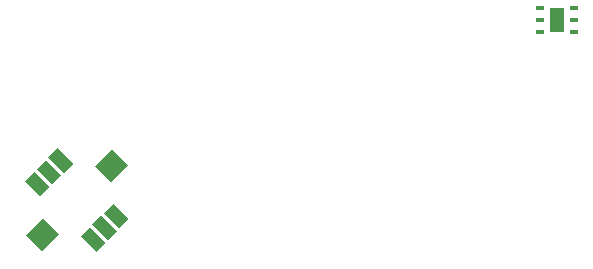
<source format=gbr>
G04 EAGLE Gerber RS-274X export*
G75*
%MOMM*%
%FSLAX34Y34*%
%LPD*%
%AMOC8*
5,1,8,0,0,1.08239X$1,22.5*%
G01*
%ADD10R,1.850000X1.100000*%
%ADD11R,1.900000X2.000000*%
%ADD12R,1.200000X2.100000*%
%ADD13R,0.800000X0.400000*%


D10*
G36*
X128739Y937382D02*
X115659Y950462D01*
X123437Y958240D01*
X136517Y945160D01*
X128739Y937382D01*
G37*
G36*
X175762Y890359D02*
X162682Y903439D01*
X170460Y911217D01*
X183540Y898137D01*
X175762Y890359D01*
G37*
G36*
X108940Y917583D02*
X95860Y930663D01*
X103638Y938441D01*
X116718Y925361D01*
X108940Y917583D01*
G37*
G36*
X118840Y927482D02*
X105760Y940562D01*
X113538Y948340D01*
X126618Y935260D01*
X118840Y927482D01*
G37*
G36*
X155963Y870560D02*
X142883Y883640D01*
X150661Y891418D01*
X163741Y878338D01*
X155963Y870560D01*
G37*
G36*
X165862Y880460D02*
X152782Y893540D01*
X160560Y901318D01*
X173640Y888238D01*
X165862Y880460D01*
G37*
D11*
G36*
X168551Y929816D02*
X155116Y943251D01*
X169257Y957392D01*
X182692Y943957D01*
X168551Y929816D01*
G37*
G36*
X110143Y871408D02*
X96708Y884843D01*
X110849Y898984D01*
X124284Y885549D01*
X110143Y871408D01*
G37*
D12*
X546100Y1066800D03*
D13*
X531600Y1056800D03*
X531600Y1066800D03*
X531600Y1076800D03*
X560600Y1056800D03*
X560600Y1066800D03*
X560600Y1076800D03*
M02*

</source>
